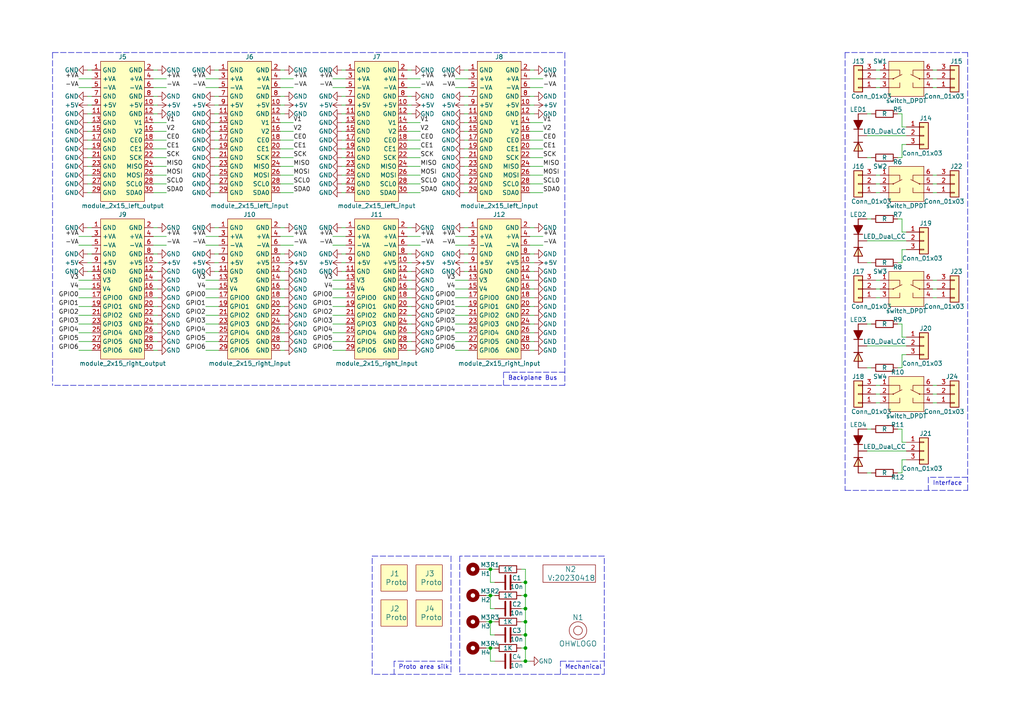
<source format=kicad_sch>
(kicad_sch (version 20211123) (generator eeschema)
  (paper "A4")
  (junction (at 152.4 172.72))
  (junction (at 142.24 165.1))
  (junction (at 152.4 187.96))
  (junction (at 142.24 187.96))
  (junction (at 142.24 180.34))
  (junction (at 152.4 180.34))
  (junction (at 152.4 168.91))
  (junction (at 152.4 191.77))
  (junction (at 152.4 184.15))
  (junction (at 152.4 176.53))
  (junction (at 142.24 172.72))
  (wire (pts (xy 153.67 25.4) (xy 157.48 25.4)))
  (wire (pts (xy 44.45 35.56) (xy 48.26 35.56)))
  (wire (pts (xy 45.72 93.98) (xy 44.45 93.98)))
  (wire (pts (xy 134.62 27.94) (xy 135.89 27.94)))
  (wire (pts (xy 81.28 25.4) (xy 85.09 25.4)))
  (wire (pts (xy 152.4 191.77) (xy 153.67 191.77)))
  (wire (pts (xy 59.69 83.82) (xy 63.5 83.82)))
  (wire (pts (xy 152.4 172.72) (xy 152.4 176.53)))
  (wire (pts (xy 118.11 35.56) (xy 121.92 35.56)))
  (wire (pts (xy 261.62 67.31) (xy 261.62 63.5)))
  (wire (pts (xy 25.4 66.04) (xy 26.67 66.04)))
  (wire (pts (xy 96.52 71.12) (xy 100.33 71.12)))
  (polyline (pts (xy 163.83 107.95) (xy 146.05 107.95)))
  (wire (pts (xy 261.62 137.16) (xy 261.62 133.35)))
  (wire (pts (xy 254 86.36) (xy 255.27 86.36)))
  (wire (pts (xy 44.45 33.02) (xy 45.72 33.02)))
  (wire (pts (xy 251.46 93.98) (xy 252.73 93.98)))
  (wire (pts (xy 62.23 45.72) (xy 63.5 45.72)))
  (wire (pts (xy 118.11 53.34) (xy 121.92 53.34)))
  (wire (pts (xy 59.69 101.6) (xy 63.5 101.6)))
  (wire (pts (xy 134.62 45.72) (xy 135.89 45.72)))
  (wire (pts (xy 96.52 81.28) (xy 100.33 81.28)))
  (wire (pts (xy 62.23 38.1) (xy 63.5 38.1)))
  (wire (pts (xy 25.4 78.74) (xy 26.67 78.74)))
  (wire (pts (xy 22.86 101.6) (xy 26.67 101.6)))
  (polyline (pts (xy 269.24 138.43) (xy 269.24 142.24)))
  (wire (pts (xy 134.62 38.1) (xy 135.89 38.1)))
  (wire (pts (xy 254 22.86) (xy 255.27 22.86)))
  (polyline (pts (xy 162.56 195.58) (xy 162.56 191.77)))
  (wire (pts (xy 81.28 38.1) (xy 85.09 38.1)))
  (wire (pts (xy 62.23 48.26) (xy 63.5 48.26)))
  (wire (pts (xy 25.4 27.94) (xy 26.67 27.94)))
  (wire (pts (xy 118.11 38.1) (xy 121.92 38.1)))
  (wire (pts (xy 25.4 50.8) (xy 26.67 50.8)))
  (polyline (pts (xy 114.3 191.77) (xy 114.3 195.58)))
  (wire (pts (xy 134.62 35.56) (xy 135.89 35.56)))
  (wire (pts (xy 260.35 45.72) (xy 261.62 45.72)))
  (wire (pts (xy 142.24 180.34) (xy 143.51 180.34)))
  (wire (pts (xy 270.51 53.34) (xy 271.78 53.34)))
  (wire (pts (xy 25.4 38.1) (xy 26.67 38.1)))
  (wire (pts (xy 151.13 184.15) (xy 152.4 184.15)))
  (wire (pts (xy 134.62 48.26) (xy 135.89 48.26)))
  (wire (pts (xy 153.67 76.2) (xy 154.94 76.2)))
  (wire (pts (xy 96.52 86.36) (xy 100.33 86.36)))
  (wire (pts (xy 99.06 40.64) (xy 100.33 40.64)))
  (wire (pts (xy 44.45 78.74) (xy 45.72 78.74)))
  (polyline (pts (xy 245.11 142.24) (xy 280.67 142.24)))
  (wire (pts (xy 118.11 27.94) (xy 119.38 27.94)))
  (wire (pts (xy 44.45 27.94) (xy 45.72 27.94)))
  (wire (pts (xy 44.45 53.34) (xy 48.26 53.34)))
  (wire (pts (xy 119.38 101.6) (xy 118.11 101.6)))
  (wire (pts (xy 44.45 55.88) (xy 48.26 55.88)))
  (wire (pts (xy 132.08 101.6) (xy 135.89 101.6)))
  (wire (pts (xy 270.51 22.86) (xy 271.78 22.86)))
  (wire (pts (xy 143.51 168.91) (xy 142.24 168.91)))
  (wire (pts (xy 132.08 68.58) (xy 135.89 68.58)))
  (wire (pts (xy 22.86 22.86) (xy 26.67 22.86)))
  (wire (pts (xy 261.62 128.27) (xy 261.62 124.46)))
  (wire (pts (xy 119.38 88.9) (xy 118.11 88.9)))
  (wire (pts (xy 261.62 76.2) (xy 261.62 72.39)))
  (wire (pts (xy 62.23 35.56) (xy 63.5 35.56)))
  (wire (pts (xy 254 81.28) (xy 255.27 81.28)))
  (wire (pts (xy 81.28 22.86) (xy 85.09 22.86)))
  (wire (pts (xy 62.23 33.02) (xy 63.5 33.02)))
  (wire (pts (xy 25.4 30.48) (xy 26.67 30.48)))
  (wire (pts (xy 118.11 55.88) (xy 121.92 55.88)))
  (wire (pts (xy 44.45 30.48) (xy 45.72 30.48)))
  (wire (pts (xy 134.62 50.8) (xy 135.89 50.8)))
  (wire (pts (xy 251.46 63.5) (xy 252.73 63.5)))
  (wire (pts (xy 81.28 83.82) (xy 82.55 83.82)))
  (wire (pts (xy 118.11 43.18) (xy 121.92 43.18)))
  (wire (pts (xy 134.62 43.18) (xy 135.89 43.18)))
  (wire (pts (xy 134.62 33.02) (xy 135.89 33.02)))
  (wire (pts (xy 59.69 81.28) (xy 63.5 81.28)))
  (wire (pts (xy 62.23 73.66) (xy 63.5 73.66)))
  (wire (pts (xy 45.72 88.9) (xy 44.45 88.9)))
  (polyline (pts (xy 175.26 195.58) (xy 175.26 161.29)))
  (wire (pts (xy 260.35 76.2) (xy 261.62 76.2)))
  (wire (pts (xy 45.72 99.06) (xy 44.45 99.06)))
  (wire (pts (xy 153.67 53.34) (xy 157.48 53.34)))
  (wire (pts (xy 81.28 43.18) (xy 85.09 43.18)))
  (wire (pts (xy 62.23 78.74) (xy 63.5 78.74)))
  (wire (pts (xy 261.62 72.39) (xy 262.89 72.39)))
  (wire (pts (xy 152.4 176.53) (xy 152.4 180.34)))
  (wire (pts (xy 132.08 22.86) (xy 135.89 22.86)))
  (wire (pts (xy 118.11 40.64) (xy 121.92 40.64)))
  (wire (pts (xy 59.69 88.9) (xy 63.5 88.9)))
  (wire (pts (xy 142.24 191.77) (xy 142.24 187.96)))
  (wire (pts (xy 99.06 66.04) (xy 100.33 66.04)))
  (wire (pts (xy 132.08 81.28) (xy 135.89 81.28)))
  (wire (pts (xy 119.38 96.52) (xy 118.11 96.52)))
  (wire (pts (xy 270.51 111.76) (xy 271.78 111.76)))
  (wire (pts (xy 261.62 124.46) (xy 260.35 124.46)))
  (wire (pts (xy 270.51 81.28) (xy 271.78 81.28)))
  (wire (pts (xy 99.06 38.1) (xy 100.33 38.1)))
  (wire (pts (xy 142.24 165.1) (xy 143.51 165.1)))
  (wire (pts (xy 143.51 176.53) (xy 142.24 176.53)))
  (wire (pts (xy 134.62 30.48) (xy 135.89 30.48)))
  (wire (pts (xy 261.62 45.72) (xy 261.62 41.91)))
  (wire (pts (xy 45.72 96.52) (xy 44.45 96.52)))
  (wire (pts (xy 22.86 25.4) (xy 26.67 25.4)))
  (wire (pts (xy 99.06 45.72) (xy 100.33 45.72)))
  (wire (pts (xy 25.4 53.34) (xy 26.67 53.34)))
  (wire (pts (xy 132.08 91.44) (xy 135.89 91.44)))
  (wire (pts (xy 81.28 30.48) (xy 82.55 30.48)))
  (polyline (pts (xy 280.67 138.43) (xy 269.24 138.43)))
  (wire (pts (xy 22.86 71.12) (xy 26.67 71.12)))
  (wire (pts (xy 59.69 93.98) (xy 63.5 93.98)))
  (wire (pts (xy 154.94 88.9) (xy 153.67 88.9)))
  (wire (pts (xy 81.28 48.26) (xy 85.09 48.26)))
  (wire (pts (xy 261.62 133.35) (xy 262.89 133.35)))
  (wire (pts (xy 270.51 55.88) (xy 271.78 55.88)))
  (wire (pts (xy 132.08 71.12) (xy 135.89 71.12)))
  (wire (pts (xy 251.46 130.81) (xy 262.89 130.81)))
  (wire (pts (xy 134.62 53.34) (xy 135.89 53.34)))
  (wire (pts (xy 154.94 91.44) (xy 153.67 91.44)))
  (wire (pts (xy 81.28 81.28) (xy 82.55 81.28)))
  (wire (pts (xy 142.24 184.15) (xy 143.51 184.15)))
  (wire (pts (xy 153.67 43.18) (xy 157.48 43.18)))
  (wire (pts (xy 81.28 53.34) (xy 85.09 53.34)))
  (wire (pts (xy 59.69 25.4) (xy 63.5 25.4)))
  (wire (pts (xy 81.28 20.32) (xy 82.55 20.32)))
  (wire (pts (xy 44.45 25.4) (xy 48.26 25.4)))
  (polyline (pts (xy 280.67 15.24) (xy 245.11 15.24)))
  (wire (pts (xy 99.06 76.2) (xy 100.33 76.2)))
  (wire (pts (xy 270.51 50.8) (xy 271.78 50.8)))
  (wire (pts (xy 25.4 35.56) (xy 26.67 35.56)))
  (wire (pts (xy 25.4 20.32) (xy 26.67 20.32)))
  (wire (pts (xy 254 53.34) (xy 255.27 53.34)))
  (wire (pts (xy 262.89 128.27) (xy 261.62 128.27)))
  (wire (pts (xy 134.62 78.74) (xy 135.89 78.74)))
  (wire (pts (xy 96.52 101.6) (xy 100.33 101.6)))
  (wire (pts (xy 82.55 96.52) (xy 81.28 96.52)))
  (wire (pts (xy 251.46 100.33) (xy 262.89 100.33)))
  (wire (pts (xy 44.45 40.64) (xy 48.26 40.64)))
  (wire (pts (xy 254 50.8) (xy 255.27 50.8)))
  (wire (pts (xy 153.67 55.88) (xy 157.48 55.88)))
  (wire (pts (xy 118.11 50.8) (xy 121.92 50.8)))
  (wire (pts (xy 99.06 20.32) (xy 100.33 20.32)))
  (wire (pts (xy 261.62 106.68) (xy 261.62 102.87)))
  (wire (pts (xy 59.69 99.06) (xy 63.5 99.06)))
  (wire (pts (xy 44.45 22.86) (xy 48.26 22.86)))
  (wire (pts (xy 153.67 22.86) (xy 157.48 22.86)))
  (wire (pts (xy 81.28 68.58) (xy 85.09 68.58)))
  (wire (pts (xy 142.24 172.72) (xy 142.24 176.53)))
  (wire (pts (xy 81.28 27.94) (xy 82.55 27.94)))
  (wire (pts (xy 22.86 93.98) (xy 26.67 93.98)))
  (polyline (pts (xy 130.81 195.58) (xy 107.95 195.58)))
  (wire (pts (xy 153.67 68.58) (xy 157.48 68.58)))
  (wire (pts (xy 99.06 78.74) (xy 100.33 78.74)))
  (wire (pts (xy 59.69 71.12) (xy 63.5 71.12)))
  (wire (pts (xy 151.13 187.96) (xy 152.4 187.96)))
  (wire (pts (xy 44.45 68.58) (xy 48.26 68.58)))
  (wire (pts (xy 62.23 30.48) (xy 63.5 30.48)))
  (wire (pts (xy 152.4 187.96) (xy 152.4 191.77)))
  (wire (pts (xy 25.4 55.88) (xy 26.67 55.88)))
  (wire (pts (xy 82.55 91.44) (xy 81.28 91.44)))
  (wire (pts (xy 270.51 114.3) (xy 271.78 114.3)))
  (wire (pts (xy 134.62 55.88) (xy 135.89 55.88)))
  (wire (pts (xy 134.62 40.64) (xy 135.89 40.64)))
  (wire (pts (xy 44.45 20.32) (xy 45.72 20.32)))
  (wire (pts (xy 262.89 97.79) (xy 261.62 97.79)))
  (wire (pts (xy 261.62 93.98) (xy 260.35 93.98)))
  (wire (pts (xy 251.46 33.02) (xy 252.73 33.02)))
  (wire (pts (xy 132.08 96.52) (xy 135.89 96.52)))
  (wire (pts (xy 254 25.4) (xy 255.27 25.4)))
  (wire (pts (xy 152.4 168.91) (xy 152.4 165.1)))
  (wire (pts (xy 142.24 172.72) (xy 143.51 172.72)))
  (wire (pts (xy 44.45 71.12) (xy 48.26 71.12)))
  (wire (pts (xy 153.67 27.94) (xy 154.94 27.94)))
  (wire (pts (xy 118.11 45.72) (xy 121.92 45.72)))
  (wire (pts (xy 119.38 86.36) (xy 118.11 86.36)))
  (wire (pts (xy 44.45 66.04) (xy 45.72 66.04)))
  (wire (pts (xy 45.72 91.44) (xy 44.45 91.44)))
  (wire (pts (xy 261.62 33.02) (xy 260.35 33.02)))
  (wire (pts (xy 44.45 73.66) (xy 45.72 73.66)))
  (wire (pts (xy 81.28 73.66) (xy 82.55 73.66)))
  (wire (pts (xy 99.06 53.34) (xy 100.33 53.34)))
  (wire (pts (xy 96.52 99.06) (xy 100.33 99.06)))
  (wire (pts (xy 262.89 36.83) (xy 261.62 36.83)))
  (wire (pts (xy 142.24 187.96) (xy 143.51 187.96)))
  (wire (pts (xy 154.94 86.36) (xy 153.67 86.36)))
  (wire (pts (xy 44.45 76.2) (xy 45.72 76.2)))
  (wire (pts (xy 261.62 102.87) (xy 262.89 102.87)))
  (wire (pts (xy 96.52 96.52) (xy 100.33 96.52)))
  (polyline (pts (xy 162.56 191.77) (xy 175.26 191.77)))
  (wire (pts (xy 153.67 81.28) (xy 154.94 81.28)))
  (wire (pts (xy 153.67 33.02) (xy 154.94 33.02)))
  (wire (pts (xy 22.86 86.36) (xy 26.67 86.36)))
  (wire (pts (xy 81.28 55.88) (xy 85.09 55.88)))
  (wire (pts (xy 251.46 76.2) (xy 252.73 76.2)))
  (wire (pts (xy 22.86 99.06) (xy 26.67 99.06)))
  (wire (pts (xy 82.55 99.06) (xy 81.28 99.06)))
  (wire (pts (xy 154.94 96.52) (xy 153.67 96.52)))
  (wire (pts (xy 270.51 83.82) (xy 271.78 83.82)))
  (wire (pts (xy 118.11 30.48) (xy 119.38 30.48)))
  (wire (pts (xy 270.51 20.32) (xy 271.78 20.32)))
  (wire (pts (xy 251.46 39.37) (xy 262.89 39.37)))
  (wire (pts (xy 261.62 63.5) (xy 260.35 63.5)))
  (wire (pts (xy 118.11 33.02) (xy 119.38 33.02)))
  (wire (pts (xy 62.23 76.2) (xy 63.5 76.2)))
  (wire (pts (xy 270.51 25.4) (xy 271.78 25.4)))
  (wire (pts (xy 151.13 172.72) (xy 152.4 172.72)))
  (wire (pts (xy 118.11 25.4) (xy 121.92 25.4)))
  (wire (pts (xy 82.55 88.9) (xy 81.28 88.9)))
  (wire (pts (xy 99.06 73.66) (xy 100.33 73.66)))
  (wire (pts (xy 99.06 27.94) (xy 100.33 27.94)))
  (wire (pts (xy 153.67 30.48) (xy 154.94 30.48)))
  (wire (pts (xy 132.08 83.82) (xy 135.89 83.82)))
  (wire (pts (xy 134.62 76.2) (xy 135.89 76.2)))
  (wire (pts (xy 142.24 168.91) (xy 142.24 165.1)))
  (wire (pts (xy 152.4 184.15) (xy 152.4 187.96)))
  (wire (pts (xy 118.11 81.28) (xy 119.38 81.28)))
  (wire (pts (xy 260.35 137.16) (xy 261.62 137.16)))
  (wire (pts (xy 251.46 45.72) (xy 252.73 45.72)))
  (polyline (pts (xy 15.24 15.24) (xy 15.24 111.76)))
  (wire (pts (xy 99.06 48.26) (xy 100.33 48.26)))
  (wire (pts (xy 96.52 22.86) (xy 100.33 22.86)))
  (wire (pts (xy 254 114.3) (xy 255.27 114.3)))
  (wire (pts (xy 81.28 35.56) (xy 85.09 35.56)))
  (polyline (pts (xy 133.35 161.29) (xy 133.35 195.58)))
  (wire (pts (xy 154.94 99.06) (xy 153.67 99.06)))
  (wire (pts (xy 62.23 40.64) (xy 63.5 40.64)))
  (wire (pts (xy 118.11 78.74) (xy 119.38 78.74)))
  (wire (pts (xy 81.28 33.02) (xy 82.55 33.02)))
  (wire (pts (xy 251.46 137.16) (xy 252.73 137.16)))
  (wire (pts (xy 99.06 43.18) (xy 100.33 43.18)))
  (wire (pts (xy 142.24 180.34) (xy 142.24 184.15)))
  (wire (pts (xy 81.28 78.74) (xy 82.55 78.74)))
  (wire (pts (xy 140.97 187.96) (xy 142.24 187.96)))
  (wire (pts (xy 118.11 83.82) (xy 119.38 83.82)))
  (wire (pts (xy 132.08 88.9) (xy 135.89 88.9)))
  (wire (pts (xy 251.46 124.46) (xy 252.73 124.46)))
  (wire (pts (xy 152.4 191.77) (xy 151.13 191.77)))
  (wire (pts (xy 262.89 67.31) (xy 261.62 67.31)))
  (wire (pts (xy 22.86 91.44) (xy 26.67 91.44)))
  (wire (pts (xy 59.69 68.58) (xy 63.5 68.58)))
  (wire (pts (xy 118.11 20.32) (xy 119.38 20.32)))
  (wire (pts (xy 99.06 55.88) (xy 100.33 55.88)))
  (wire (pts (xy 132.08 93.98) (xy 135.89 93.98)))
  (wire (pts (xy 118.11 66.04) (xy 119.38 66.04)))
  (wire (pts (xy 99.06 35.56) (xy 100.33 35.56)))
  (wire (pts (xy 151.13 176.53) (xy 152.4 176.53)))
  (wire (pts (xy 118.11 76.2) (xy 119.38 76.2)))
  (wire (pts (xy 25.4 76.2) (xy 26.67 76.2)))
  (wire (pts (xy 25.4 33.02) (xy 26.67 33.02)))
  (wire (pts (xy 82.55 86.36) (xy 81.28 86.36)))
  (polyline (pts (xy 163.83 15.24) (xy 163.83 111.76)))
  (wire (pts (xy 62.23 20.32) (xy 63.5 20.32)))
  (wire (pts (xy 44.45 38.1) (xy 48.26 38.1)))
  (wire (pts (xy 62.23 50.8) (xy 63.5 50.8)))
  (wire (pts (xy 22.86 81.28) (xy 26.67 81.28)))
  (wire (pts (xy 119.38 99.06) (xy 118.11 99.06)))
  (wire (pts (xy 25.4 73.66) (xy 26.67 73.66)))
  (wire (pts (xy 143.51 191.77) (xy 142.24 191.77)))
  (wire (pts (xy 132.08 86.36) (xy 135.89 86.36)))
  (wire (pts (xy 270.51 86.36) (xy 271.78 86.36)))
  (wire (pts (xy 44.45 83.82) (xy 45.72 83.82)))
  (wire (pts (xy 251.46 69.85) (xy 262.89 69.85)))
  (wire (pts (xy 134.62 66.04) (xy 135.89 66.04)))
  (polyline (pts (xy 15.24 15.24) (xy 163.83 15.24)))
  (wire (pts (xy 140.97 165.1) (xy 142.24 165.1)))
  (polyline (pts (xy 130.81 191.77) (xy 114.3 191.77)))
  (wire (pts (xy 62.23 27.94) (xy 63.5 27.94)))
  (wire (pts (xy 45.72 101.6) (xy 44.45 101.6)))
  (wire (pts (xy 153.67 20.32) (xy 154.94 20.32)))
  (wire (pts (xy 22.86 88.9) (xy 26.67 88.9)))
  (wire (pts (xy 96.52 93.98) (xy 100.33 93.98)))
  (wire (pts (xy 22.86 68.58) (xy 26.67 68.58)))
  (wire (pts (xy 99.06 30.48) (xy 100.33 30.48)))
  (wire (pts (xy 81.28 71.12) (xy 85.09 71.12)))
  (polyline (pts (xy 245.11 15.24) (xy 245.11 142.24)))
  (polyline (pts (xy 107.95 195.58) (xy 107.95 161.29)))
  (polyline (pts (xy 175.26 161.29) (xy 133.35 161.29)))
  (wire (pts (xy 134.62 20.32) (xy 135.89 20.32)))
  (wire (pts (xy 154.94 93.98) (xy 153.67 93.98)))
  (wire (pts (xy 152.4 168.91) (xy 152.4 172.72)))
  (wire (pts (xy 59.69 22.86) (xy 63.5 22.86)))
  (wire (pts (xy 153.67 78.74) (xy 154.94 78.74)))
  (wire (pts (xy 140.97 172.72) (xy 142.24 172.72)))
  (polyline (pts (xy 107.95 161.29) (xy 130.81 161.29)))
  (wire (pts (xy 96.52 83.82) (xy 100.33 83.82)))
  (wire (pts (xy 254 20.32) (xy 255.27 20.32)))
  (wire (pts (xy 261.62 41.91) (xy 262.89 41.91)))
  (wire (pts (xy 254 83.82) (xy 255.27 83.82)))
  (wire (pts (xy 254 55.88) (xy 255.27 55.88)))
  (wire (pts (xy 44.45 48.26) (xy 48.26 48.26)))
  (wire (pts (xy 270.51 116.84) (xy 271.78 116.84)))
  (wire (pts (xy 25.4 45.72) (xy 26.67 45.72)))
  (wire (pts (xy 96.52 68.58) (xy 100.33 68.58)))
  (wire (pts (xy 260.35 106.68) (xy 261.62 106.68)))
  (wire (pts (xy 81.28 40.64) (xy 85.09 40.64)))
  (wire (pts (xy 25.4 48.26) (xy 26.67 48.26)))
  (wire (pts (xy 118.11 71.12) (xy 121.92 71.12)))
  (wire (pts (xy 25.4 43.18) (xy 26.67 43.18)))
  (wire (pts (xy 22.86 96.52) (xy 26.67 96.52)))
  (wire (pts (xy 134.62 73.66) (xy 135.89 73.66)))
  (wire (pts (xy 96.52 25.4) (xy 100.33 25.4)))
  (wire (pts (xy 25.4 40.64) (xy 26.67 40.64)))
  (wire (pts (xy 62.23 43.18) (xy 63.5 43.18)))
  (wire (pts (xy 82.55 101.6) (xy 81.28 101.6)))
  (polyline (pts (xy 146.05 107.95) (xy 146.05 111.76)))
  (wire (pts (xy 81.28 50.8) (xy 85.09 50.8)))
  (wire (pts (xy 62.23 66.04) (xy 63.5 66.04)))
  (wire (pts (xy 251.46 106.68) (xy 252.73 106.68)))
  (wire (pts (xy 59.69 96.52) (xy 63.5 96.52)))
  (wire (pts (xy 44.45 43.18) (xy 48.26 43.18)))
  (wire (pts (xy 81.28 76.2) (xy 82.55 76.2)))
  (wire (pts (xy 153.67 50.8) (xy 157.48 50.8)))
  (wire (pts (xy 254 116.84) (xy 255.27 116.84)))
  (wire (pts (xy 153.67 38.1) (xy 157.48 38.1)))
  (wire (pts (xy 44.45 45.72) (xy 48.26 45.72)))
  (wire (pts (xy 153.67 73.66) (xy 154.94 73.66)))
  (wire (pts (xy 118.11 48.26) (xy 121.92 48.26)))
  (wire (pts (xy 153.67 83.82) (xy 154.94 83.82)))
  (polyline (pts (xy 133.35 195.58) (xy 175.26 195.58)))
  (wire (pts (xy 118.11 22.86) (xy 121.92 22.86)))
  (wire (pts (xy 152.4 180.34) (xy 152.4 184.15)))
  (wire (pts (xy 81.28 66.04) (xy 82.55 66.04)))
  (wire (pts (xy 82.55 93.98) (xy 81.28 93.98)))
  (wire (pts (xy 45.72 86.36) (xy 44.45 86.36)))
  (wire (pts (xy 140.97 180.34) (xy 142.24 180.34)))
  (wire (pts (xy 153.67 45.72) (xy 157.48 45.72)))
  (wire (pts (xy 151.13 180.34) (xy 152.4 180.34)))
  (wire (pts (xy 151.13 168.91) (xy 152.4 168.91)))
  (wire (pts (xy 62.23 55.88) (xy 63.5 55.88)))
  (wire (pts (xy 132.08 25.4) (xy 135.89 25.4)))
  (wire (pts (xy 261.62 36.83) (xy 261.62 33.02)))
  (wire (pts (xy 44.45 50.8) (xy 48.26 50.8)))
  (wire (pts (xy 59.69 91.44) (xy 63.5 91.44)))
  (wire (pts (xy 254 111.76) (xy 255.27 111.76)))
  (wire (pts (xy 261.62 97.79) (xy 261.62 93.98)))
  (wire (pts (xy 22.86 83.82) (xy 26.67 83.82)))
  (wire (pts (xy 153.67 66.04) (xy 154.94 66.04)))
  (wire (pts (xy 99.06 33.02) (xy 100.33 33.02)))
  (wire (pts (xy 132.08 99.06) (xy 135.89 99.06)))
  (wire (pts (xy 96.52 88.9) (xy 100.33 88.9)))
  (polyline (pts (xy 163.83 111.76) (xy 15.24 111.76)))
  (polyline (pts (xy 130.81 161.29) (xy 130.81 195.58)))
  (wire (pts (xy 81.28 45.72) (xy 85.09 45.72)))
  (wire (pts (xy 99.06 50.8) (xy 100.33 50.8)))
  (wire (pts (xy 119.38 93.98) (xy 118.11 93.98)))
  (wire (pts (xy 153.67 48.26) (xy 157.48 48.26)))
  (wire (pts (xy 62.23 53.34) (xy 63.5 53.34)))
  (wire (pts (xy 153.67 40.64) (xy 157.48 40.64)))
  (wire (pts (xy 118.11 68.58) (xy 121.92 68.58)))
  (wire (pts (xy 153.67 35.56) (xy 157.48 35.56)))
  (polyline (pts (xy 280.67 142.24) (xy 280.67 15.24)))
  (wire (pts (xy 154.94 101.6) (xy 153.67 101.6)))
  (wire (pts (xy 59.69 86.36) (xy 63.5 86.36)))
  (wire (pts (xy 151.13 165.1) (xy 152.4 165.1)))
  (wire (pts (xy 44.45 81.28) (xy 45.72 81.28)))
  (wire (pts (xy 119.38 91.44) (xy 118.11 91.44)))
  (wire (pts (xy 118.11 73.66) (xy 119.38 73.66)))
  (wire (pts (xy 153.67 71.12) (xy 157.48 71.12)))
  (wire (pts (xy 96.52 91.44) (xy 100.33 91.44)))
  (text "Proto area silk" (at 115.57 194.31 0) (effects (font (size 1.27 1.27)) (justify left bottom)))
  (text "Interface" (at 270.51 140.97 0) (effects (font (size 1.27 1.27)) (justify left bottom)))
  (text "Mechanical" (at 163.83 194.31 0) (effects (font (size 1.27 1.27)) (justify left bottom)))
  (text "Backplane Bus" (at 147.32 110.49 0) (effects (font (size 1.27 1.27)) (justify left bottom)))
  (label "SCK" (at 85.09 45.72 0))
  (label "GPIO1" (at 132.08 88.9 180))
  (label "+VA" (at 96.52 22.86 180))
  (label "GPIO6" (at 22.86 101.6 180))
  (label "-VA" (at 22.86 71.12 180))
  (label "GPIO0" (at 96.52 86.36 180))
  (label "+VA" (at 59.69 22.86 180))
  (label "+VA" (at 121.92 22.86 0))
  (label "GPIO2" (at 96.52 91.44 180))
  (label "SDA0" (at 85.09 55.88 0))
  (label "+VA" (at 121.92 68.58 0))
  (label "MISO" (at 121.92 48.26 0))
  (label "MOSI" (at 157.48 50.8 0))
  (label "GPIO5" (at 132.08 99.06 180))
  (label "V4" (at 59.69 83.82 180))
  (label "CE0" (at 85.09 40.64 0))
  (label "V3" (at 132.08 81.28 180))
  (label "SDA0" (at 121.92 55.88 0))
  (label "+VA" (at 59.69 68.58 180))
  (label "V1" (at 85.09 35.56 0))
  (label "V3" (at 96.52 81.28 180))
  (label "GPIO5" (at 22.86 99.06 180))
  (label "-VA" (at 22.86 25.4 180))
  (label "-VA" (at 85.09 25.4 0))
  (label "SCK" (at 48.26 45.72 0))
  (label "V2" (at 121.92 38.1 0))
  (label "V1" (at 121.92 35.56 0))
  (label "-VA" (at 157.48 71.12 0))
  (label "GPIO1" (at 96.52 88.9 180))
  (label "V2" (at 85.09 38.1 0))
  (label "MOSI" (at 121.92 50.8 0))
  (label "GPIO2" (at 132.08 91.44 180))
  (label "V2" (at 157.48 38.1 0))
  (label "SCL0" (at 85.09 53.34 0))
  (label "-VA" (at 85.09 71.12 0))
  (label "GPIO0" (at 22.86 86.36 180))
  (label "GPIO6" (at 132.08 101.6 180))
  (label "SDA0" (at 157.48 55.88 0))
  (label "-VA" (at 132.08 25.4 180))
  (label "-VA" (at 157.48 25.4 0))
  (label "SDA0" (at 48.26 55.88 0))
  (label "SCL0" (at 157.48 53.34 0))
  (label "GPIO3" (at 96.52 93.98 180))
  (label "GPIO1" (at 22.86 88.9 180))
  (label "V1" (at 157.48 35.56 0))
  (label "+VA" (at 132.08 68.58 180))
  (label "GPIO4" (at 22.86 96.52 180))
  (label "GPIO3" (at 132.08 93.98 180))
  (label "+VA" (at 157.48 68.58 0))
  (label "+VA" (at 48.26 68.58 0))
  (label "-VA" (at 59.69 25.4 180))
  (label "-VA" (at 132.08 71.12 180))
  (label "CE1" (at 85.09 43.18 0))
  (label "SCL0" (at 48.26 53.34 0))
  (label "+VA" (at 22.86 68.58 180))
  (label "SCL0" (at 121.92 53.34 0))
  (label "-VA" (at 48.26 71.12 0))
  (label "CE0" (at 157.48 40.64 0))
  (label "MISO" (at 48.26 48.26 0))
  (label "CE1" (at 48.26 43.18 0))
  (label "GPIO0" (at 59.69 86.36 180))
  (label "GPIO3" (at 22.86 93.98 180))
  (label "V4" (at 22.86 83.82 180))
  (label "+VA" (at 22.86 22.86 180))
  (label "MISO" (at 85.09 48.26 0))
  (label "V4" (at 96.52 83.82 180))
  (label "GPIO5" (at 59.69 99.06 180))
  (label "-VA" (at 121.92 71.12 0))
  (label "+VA" (at 48.26 22.86 0))
  (label "+VA" (at 85.09 68.58 0))
  (label "-VA" (at 121.92 25.4 0))
  (label "MOSI" (at 85.09 50.8 0))
  (label "GPIO4" (at 59.69 96.52 180))
  (label "-VA" (at 96.52 25.4 180))
  (label "GPIO2" (at 59.69 91.44 180))
  (label "V2" (at 48.26 38.1 0))
  (label "SCK" (at 121.92 45.72 0))
  (label "GPIO6" (at 59.69 101.6 180))
  (label "+VA" (at 96.52 68.58 180))
  (label "-VA" (at 96.52 71.12 180))
  (label "CE0" (at 121.92 40.64 0))
  (label "CE1" (at 157.48 43.18 0))
  (label "GPIO2" (at 22.86 91.44 180))
  (label "CE1" (at 121.92 43.18 0))
  (label "GPIO4" (at 96.52 96.52 180))
  (label "-VA" (at 48.26 25.4 0))
  (label "GPIO0" (at 132.08 86.36 180))
  (label "GPIO1" (at 59.69 88.9 180))
  (label "V3" (at 22.86 81.28 180))
  (label "GPIO5" (at 96.52 99.06 180))
  (label "CE0" (at 48.26 40.64 0))
  (label "GPIO3" (at 59.69 93.98 180))
  (label "MOSI" (at 48.26 50.8 0))
  (label "GPIO4" (at 132.08 96.52 180))
  (label "V4" (at 132.08 83.82 180))
  (label "V3" (at 59.69 81.28 180))
  (label "SCK" (at 157.48 45.72 0))
  (label "+VA" (at 157.48 22.86 0))
  (label "-VA" (at 59.69 71.12 180))
  (label "MISO" (at 157.48 48.26 0))
  (label "+VA" (at 85.09 22.86 0))
  (label "+VA" (at 132.08 22.86 180))
  (label "V1" (at 48.26 35.56 0))
  (label "GPIO6" (at 96.52 101.6 180))
  (symbol (lib_id "SquantorLabels:OHWLOGO") (at 167.64 182.88 0) (unit 1)
    (property "Reference" "N1" (at 167.64 179.07 0) (effects (font (size 1.524 1.524))))
    (property "Value" "OHWLOGO" (at 167.64 186.69 0) (effects (font (size 1.524 1.524))))
    (property "Footprint" "Symbols:OSHW-Symbol_6.7x6mm_SilkScreen" (effects hide))
  )
  (symbol (lib_id "SquantorLabels:VYYYYMMDD") (at 165.1 167.64 0) (unit 1)
    (property "Reference" "N2" (at 163.83 165.1 0) (effects (font (size 1.524 1.524)) (justify left)))
    (property "Value" "V:20230418" (at 158.75 167.64 0) (effects (font (size 1.524 1.524)) (justify left)))
    (property "Footprint" "SquantorLabels:Label_Generic" (effects hide))
  )
  (symbol (lib_id "Mechanical:MountingHole_Pad") (at 138.43 165.1 90) (unit 1)
    (property "Reference" "H1" (at 142.24 166.37 90) (effects (justify left)))
    (property "Value" "M3" (at 142.24 163.83 90) (effects (justify left)))
    (property "Footprint" "MountingHole:MountingHole_3.2mm_M3_Pad_Via" (effects hide))
  )
  (symbol (lib_id "Mechanical:MountingHole_Pad") (at 138.43 172.72 90) (unit 1)
    (property "Reference" "H2" (at 142.24 173.99 90) (effects (justify left)))
    (property "Value" "M3" (at 142.24 171.45 90) (effects (justify left)))
    (property "Footprint" "MountingHole:MountingHole_3.2mm_M3_Pad_Via" (effects hide))
  )
  (symbol (lib_id "Mechanical:MountingHole_Pad") (at 138.43 180.34 90) (unit 1)
    (property "Reference" "H3" (at 142.24 181.61 90) (effects (justify left)))
    (property "Value" "M3" (at 142.24 179.07 90) (effects (justify left)))
    (property "Footprint" "MountingHole:MountingHole_3.2mm_M3_Pad_Via" (effects hide))
  )
  (symbol (lib_id "Mechanical:MountingHole_Pad") (at 138.43 187.96 90) (unit 1)
    (property "Reference" "H4" (at 142.24 189.23 90) (effects (justify left)))
    (property "Value" "M3" (at 142.24 186.69 90) (effects (justify left)))
    (property "Footprint" "MountingHole:MountingHole_3.2mm_M3_Pad_Via" (effects hide))
  )
  (symbol (lib_id "SquantorProto:Proto") (at 124.46 177.8 0) (unit 1)
    (property "Reference" "J4" (at 123.19 176.53 0) (effects (font (size 1.524 1.524)) (justify left)))
    (property "Value" "Proto" (at 121.92 179.07 0) (effects (font (size 1.524 1.524)) (justify left)))
    (property "Footprint" "SquantorPcbOutline:4by4cm_module" (effects hide))
  )
  (symbol (lib_id "power:GND") (at 62.23 38.1 270) (unit 1)
    (property "Reference" "#PWR0135" (effects hide))
    (property "Value" "GND" (at 59.69 38.1 90) (effects (justify right)))
  )
  (symbol (lib_id "power:GND") (at 154.94 66.04 90) (unit 1)
    (property "Reference" "#PWR083" (effects hide))
    (property "Value" "GND" (at 157.48 66.04 90) (effects (justify right)))
  )
  (symbol (lib_id "power:GND") (at 25.4 38.1 270) (unit 1)
    (property "Reference" "#PWR0144" (effects hide))
    (property "Value" "GND" (at 22.86 38.1 90) (effects (justify right)))
  )
  (symbol (lib_id "SquantorDevice:LED_Dual_CC") (at 248.92 69.85 0) (mirror y) (unit 1)
    (property "Reference" "LED2" (at 248.92 62.23 0))
    (property "Value" "LED_Dual_CC" (at 256.54 68.58 0))
    (property "Footprint" "SquantorDiodes:LED_DUAL_TH245_90deg" (effects hide))
  )
  (symbol (lib_id "power:GND") (at 134.62 45.72 270) (unit 1)
    (property "Reference" "#PWR0122" (effects hide))
    (property "Value" "GND" (at 132.08 45.72 90) (effects (justify right)))
  )
  (symbol (lib_id "power:+5V") (at 154.94 30.48 270) (unit 1)
    (property "Reference" "#PWR038" (effects hide))
    (property "Value" "+5V" (at 157.48 30.48 90) (effects (justify left)))
  )
  (symbol (lib_id "power:GND") (at 134.62 78.74 270) (unit 1)
    (property "Reference" "#PWR082" (effects hide))
    (property "Value" "GND" (at 132.08 78.74 90) (effects (justify right)))
  )
  (symbol (lib_id "power:GND") (at 154.94 83.82 90) (mirror x) (unit 1)
    (property "Reference" "#PWR0139" (effects hide))
    (property "Value" "GND" (at 157.48 83.82 90) (effects (justify right)))
  )
  (symbol (lib_id "SquantorSwitches:switch_DPDT") (at 262.89 22.86 0) (unit 1)
    (property "Reference" "SW1" (at 255.27 17.78 0))
    (property "Value" "switch_DPDT" (at 262.89 29.21 0))
    (property "Footprint" "SquantorSwitches:PS-22F02" (effects hide))
  )
  (symbol (lib_id "power:+5V") (at 119.38 30.48 270) (unit 1)
    (property "Reference" "#PWR028" (effects hide))
    (property "Value" "+5V" (at 121.92 30.48 90) (effects (justify left)))
  )
  (symbol (lib_id "SquantorConnectorsNamed:module_2x15_right_output") (at 35.56 83.82 0) (unit 1)
    (property "Reference" "J9" (at 35.56 62.23 0))
    (property "Value" "module_2x15_right_output" (at 35.56 105.41 0))
    (property "Footprint" "SquantorConnectorsNamed:module_2x15_right" (effects hide))
  )
  (symbol (lib_id "power:GND") (at 25.4 66.04 270) (unit 1)
    (property "Reference" "#PWR010" (effects hide))
    (property "Value" "GND" (at 22.86 66.04 90) (effects (justify right)))
  )
  (symbol (lib_id "power:GND") (at 25.4 35.56 270) (unit 1)
    (property "Reference" "#PWR0143" (effects hide))
    (property "Value" "GND" (at 22.86 35.56 90) (effects (justify right)))
  )
  (symbol (lib_id "power:+5V") (at 62.23 76.2 90) (unit 1)
    (property "Reference" "#PWR051" (effects hide))
    (property "Value" "+5V" (at 59.69 76.2 90) (effects (justify left)))
  )
  (symbol (lib_id "Connector_Generic:Conn_01x03") (at 276.86 114.3 0) (mirror x) (unit 1)
    (property "Reference" "J24" (at 274.32 109.22 0) (effects (justify left)))
    (property "Value" "Conn_01x03" (at 267.97 119.38 0) (effects (justify left)))
    (property "Footprint" "Connector_JST:JST_PH_B3B-PH-K_1x03_P2.00mm_Vertical" (effects hide))
  )
  (symbol (lib_id "SquantorSwitches:switch_DPDT") (at 262.89 53.34 0) (unit 1)
    (property "Reference" "SW2" (at 255.27 48.26 0))
    (property "Value" "switch_DPDT" (at 262.89 59.69 0))
    (property "Footprint" "SquantorSwitches:PS-22F02" (effects hide))
  )
  (symbol (lib_id "Device:C") (at 147.32 176.53 90) (unit 1)
    (property "Reference" "C2" (at 149.86 175.26 90))
    (property "Value" "10n" (at 149.86 177.8 90))
    (property "Footprint" "SquantorRcl:C_0805+0603" (effects hide))
  )
  (symbol (lib_id "power:GND") (at 134.62 40.64 270) (unit 1)
    (property "Reference" "#PWR0123" (effects hide))
    (property "Value" "GND" (at 132.08 40.64 90) (effects (justify right)))
  )
  (symbol (lib_id "power:+5V") (at 154.94 76.2 270) (unit 1)
    (property "Reference" "#PWR085" (effects hide))
    (property "Value" "+5V" (at 157.48 76.2 90) (effects (justify left)))
  )
  (symbol (lib_id "Connector_Generic:Conn_01x03") (at 248.92 83.82 180) (unit 1)
    (property "Reference" "J17" (at 248.92 78.74 0))
    (property "Value" "Conn_01x03" (at 252.73 88.9 0))
    (property "Footprint" "Connector_JST:JST_PH_B3B-PH-K_1x03_P2.00mm_Vertical" (effects hide))
  )
  (symbol (lib_id "power:GND") (at 62.23 55.88 270) (unit 1)
    (property "Reference" "#PWR0111" (effects hide))
    (property "Value" "GND" (at 59.69 55.88 90) (effects (justify right)))
  )
  (symbol (lib_id "power:GND") (at 134.62 38.1 270) (unit 1)
    (property "Reference" "#PWR0138" (effects hide))
    (property "Value" "GND" (at 132.08 38.1 90) (effects (justify right)))
  )
  (symbol (lib_id "power:GND") (at 25.4 48.26 270) (unit 1)
    (property "Reference" "#PWR0103" (effects hide))
    (property "Value" "GND" (at 22.86 48.26 90) (effects (justify right)))
  )
  (symbol (lib_id "Device:C") (at 147.32 184.15 90) (unit 1)
    (property "Reference" "C3" (at 149.86 182.88 90))
    (property "Value" "10n" (at 149.86 185.42 90))
    (property "Footprint" "SquantorRcl:C_0805+0603" (effects hide))
  )
  (symbol (lib_id "power:GND") (at 45.72 20.32 90) (unit 1)
    (property "Reference" "#PWR06" (effects hide))
    (property "Value" "GND" (at 48.26 20.32 90) (effects (justify right)))
  )
  (symbol (lib_id "Device:R") (at 147.32 187.96 90) (unit 1)
    (property "Reference" "R4" (at 143.51 186.69 90))
    (property "Value" "1K" (at 147.32 187.96 90))
    (property "Footprint" "SquantorRcl:R_0805+0603" (effects hide))
  )
  (symbol (lib_id "power:GND") (at 99.06 48.26 270) (unit 1)
    (property "Reference" "#PWR0117" (effects hide))
    (property "Value" "GND" (at 96.52 48.26 90) (effects (justify right)))
  )
  (symbol (lib_id "power:GND") (at 82.55 99.06 90) (mirror x) (unit 1)
    (property "Reference" "#PWR062" (effects hide))
    (property "Value" "GND" (at 85.09 99.06 90) (effects (justify right)))
  )
  (symbol (lib_id "Connector_Generic:Conn_01x03") (at 267.97 39.37 0) (unit 1)
    (property "Reference" "J14" (at 266.7 34.29 0) (effects (justify left)))
    (property "Value" "Conn_01x03" (at 261.62 44.45 0) (effects (justify left)))
    (property "Footprint" "Connector_JST:JST_PH_B3B-PH-K_1x03_P2.00mm_Vertical" (effects hide))
  )
  (symbol (lib_id "Connector_Generic:Conn_01x03") (at 248.92 22.86 180) (unit 1)
    (property "Reference" "J13" (at 248.92 17.78 0))
    (property "Value" "Conn_01x03" (at 252.73 27.94 0))
    (property "Footprint" "Connector_JST:JST_PH_B3B-PH-K_1x03_P2.00mm_Vertical" (effects hide))
  )
  (symbol (lib_id "power:GND") (at 62.23 66.04 270) (unit 1)
    (property "Reference" "#PWR049" (effects hide))
    (property "Value" "GND" (at 59.69 66.04 90) (effects (justify right)))
  )
  (symbol (lib_id "power:GND") (at 134.62 73.66 270) (unit 1)
    (property "Reference" "#PWR080" (effects hide))
    (property "Value" "GND" (at 132.08 73.66 90) (effects (justify right)))
  )
  (symbol (lib_id "Device:R") (at 256.54 76.2 90) (unit 1)
    (property "Reference" "R8" (at 260.35 77.47 90))
    (property "Value" "R" (at 256.54 76.2 90))
    (property "Footprint" "SquantorRcl:R_0603_hand" (effects hide))
  )
  (symbol (lib_id "power:GND") (at 119.38 101.6 90) (mirror x) (unit 1)
    (property "Reference" "#PWR078" (effects hide))
    (property "Value" "GND" (at 121.92 101.6 90) (effects (justify right)))
  )
  (symbol (lib_id "power:GND") (at 62.23 53.34 270) (unit 1)
    (property "Reference" "#PWR0113" (effects hide))
    (property "Value" "GND" (at 59.69 53.34 90) (effects (justify right)))
  )
  (symbol (lib_id "power:GND") (at 25.4 73.66 270) (unit 1)
    (property "Reference" "#PWR015" (effects hide))
    (property "Value" "GND" (at 22.86 73.66 90) (effects (justify right)))
  )
  (symbol (lib_id "power:GND") (at 45.72 101.6 90) (mirror x) (unit 1)
    (property "Reference" "#PWR048" (effects hide))
    (property "Value" "GND" (at 48.26 101.6 90) (effects (justify right)))
  )
  (symbol (lib_id "power:GND") (at 82.55 20.32 90) (unit 1)
    (property "Reference" "#PWR016" (effects hide))
    (property "Value" "GND" (at 85.09 20.32 90) (effects (justify right)))
  )
  (symbol (lib_id "power:GND") (at 25.4 78.74 270) (unit 1)
    (property "Reference" "#PWR025" (effects hide))
    (property "Value" "GND" (at 22.86 78.74 90) (effects (justify right)))
  )
  (symbol (lib_id "power:GND") (at 82.55 27.94 90) (unit 1)
    (property "Reference" "#PWR017" (effects hide))
    (property "Value" "GND" (at 85.09 27.94 90) (effects (justify right)))
  )
  (symbol (lib_id "power:GND") (at 119.38 96.52 90) (mirror x) (unit 1)
    (property "Reference" "#PWR076" (effects hide))
    (property "Value" "GND" (at 121.92 96.52 90) (effects (justify right)))
  )
  (symbol (lib_id "power:GND") (at 119.38 88.9 90) (mirror x) (unit 1)
    (property "Reference" "#PWR073" (effects hide))
    (property "Value" "GND" (at 121.92 88.9 90) (effects (justify right)))
  )
  (symbol (lib_id "power:GND") (at 119.38 81.28 90) (mirror x) (unit 1)
    (property "Reference" "#PWR0142" (effects hide))
    (property "Value" "GND" (at 121.92 81.28 90) (effects (justify right)))
  )
  (symbol (lib_id "power:GND") (at 62.23 33.02 270) (unit 1)
    (property "Reference" "#PWR014" (effects hide))
    (property "Value" "GND" (at 59.69 33.02 90) (effects (justify right)))
  )
  (symbol (lib_id "power:+5V") (at 82.55 30.48 270) (unit 1)
    (property "Reference" "#PWR018" (effects hide))
    (property "Value" "+5V" (at 85.09 30.48 90) (effects (justify left)))
  )
  (symbol (lib_id "power:+5V") (at 99.06 30.48 90) (unit 1)
    (property "Reference" "#PWR023" (effects hide))
    (property "Value" "+5V" (at 96.52 30.48 90) (effects (justify left)))
  )
  (symbol (lib_id "Device:R") (at 256.54 137.16 90) (unit 1)
    (property "Reference" "R12" (at 260.35 138.43 90))
    (property "Value" "R" (at 256.54 137.16 90))
    (property "Footprint" "SquantorRcl:R_0603_hand" (effects hide))
  )
  (symbol (lib_id "power:GND") (at 45.72 91.44 90) (mirror x) (unit 1)
    (property "Reference" "#PWR044" (effects hide))
    (property "Value" "GND" (at 48.26 91.44 90) (effects (justify right)))
  )
  (symbol (lib_id "Device:C") (at 147.32 168.91 90) (unit 1)
    (property "Reference" "C1" (at 149.86 167.64 90))
    (property "Value" "10n" (at 149.86 170.18 90))
    (property "Footprint" "SquantorRcl:C_0805+0603" (effects hide))
  )
  (symbol (lib_id "SquantorConnectorsNamed:module_2x15_right_input") (at 144.78 81.28 0) (unit 1)
    (property "Reference" "J12" (at 144.78 62.23 0))
    (property "Value" "module_2x15_right_input" (at 144.78 105.41 0))
    (property "Footprint" "SquantorConnectorsNamed:module_2x15_right" (effects hide))
  )
  (symbol (lib_id "Device:R") (at 256.54 93.98 90) (unit 1)
    (property "Reference" "R9" (at 260.35 92.71 90))
    (property "Value" "R" (at 256.54 93.98 90))
    (property "Footprint" "SquantorRcl:R_0603_hand" (effects hide))
  )
  (symbol (lib_id "power:GND") (at 99.06 55.88 270) (unit 1)
    (property "Reference" "#PWR0118" (effects hide))
    (property "Value" "GND" (at 96.52 55.88 90) (effects (justify right)))
  )
  (symbol (lib_id "Device:R") (at 147.32 172.72 90) (unit 1)
    (property "Reference" "R2" (at 143.51 171.45 90))
    (property "Value" "1K" (at 147.32 172.72 90))
    (property "Footprint" "SquantorRcl:R_0805+0603" (effects hide))
  )
  (symbol (lib_id "Connector_Generic:Conn_01x03") (at 276.86 22.86 0) (mirror x) (unit 1)
    (property "Reference" "J15" (at 275.59 17.78 0) (effects (justify left)))
    (property "Value" "Conn_01x03" (at 267.97 27.94 0) (effects (justify left)))
    (property "Footprint" "Connector_JST:JST_PH_B3B-PH-K_1x03_P2.00mm_Vertical" (effects hide))
  )
  (symbol (lib_id "power:GND") (at 45.72 93.98 90) (mirror x) (unit 1)
    (property "Reference" "#PWR045" (effects hide))
    (property "Value" "GND" (at 48.26 93.98 90) (effects (justify right)))
  )
  (symbol (lib_id "power:GND") (at 62.23 20.32 270) (unit 1)
    (property "Reference" "#PWR011" (effects hide))
    (property "Value" "GND" (at 59.69 20.32 90) (effects (justify right)))
  )
  (symbol (lib_id "power:GND") (at 25.4 50.8 270) (unit 1)
    (property "Reference" "#PWR0106" (effects hide))
    (property "Value" "GND" (at 22.86 50.8 90) (effects (justify right)))
  )
  (symbol (lib_id "power:GND") (at 62.23 73.66 270) (unit 1)
    (property "Reference" "#PWR050" (effects hide))
    (property "Value" "GND" (at 59.69 73.66 90) (effects (justify right)))
  )
  (symbol (lib_id "power:GND") (at 45.72 99.06 90) (mirror x) (unit 1)
    (property "Reference" "#PWR047" (effects hide))
    (property "Value" "GND" (at 48.26 99.06 90) (effects (justify right)))
  )
  (symbol (lib_id "power:GND") (at 45.72 73.66 90) (unit 1)
    (property "Reference" "#PWR035" (effects hide))
    (property "Value" "GND" (at 48.26 73.66 90) (effects (justify right)))
  )
  (symbol (lib_id "power:GND") (at 154.94 96.52 90) (mirror x) (unit 1)
    (property "Reference" "#PWR091" (effects hide))
    (property "Value" "GND" (at 157.48 96.52 90) (effects (justify right)))
  )
  (symbol (lib_id "power:GND") (at 154.94 73.66 90) (unit 1)
    (property "Reference" "#PWR084" (effects hide))
    (property "Value" "GND" (at 157.48 73.66 90) (effects (justify right)))
  )
  (symbol (lib_id "power:GND") (at 154.94 20.32 90) (unit 1)
    (property "Reference" "#PWR036" (effects hide))
    (property "Value" "GND" (at 157.48 20.32 90) (effects (justify right)))
  )
  (symbol (lib_id "power:GND") (at 134.62 55.88 270) (unit 1)
    (property "Reference" "#PWR0127" (effects hide))
    (property "Value" "GND" (at 132.08 55.88 90) (effects (justify right)))
  )
  (symbol (lib_id "SquantorConnectorsNamed:module_2x15_left_input") (at 109.22 38.1 0) (unit 1)
    (property "Reference" "J7" (at 109.22 16.51 0))
    (property "Value" "module_2x15_left_input" (at 109.22 59.69 0))
    (property "Footprint" "SquantorConnectorsNamed:module_2x15_left" (effects hide))
  )
  (symbol (lib_id "SquantorConnectorsNamed:module_2x15_right_input") (at 72.39 81.28 0) (unit 1)
    (property "Reference" "J10" (at 72.39 62.23 0))
    (property "Value" "module_2x15_right_input" (at 72.39 105.41 0))
    (property "Footprint" "SquantorConnectorsNamed:module_2x15_right" (effects hide))
  )
  (symbol (lib_id "SquantorDevice:LED_Dual_CC") (at 248.92 130.81 0) (mirror y) (unit 1)
    (property "Reference" "LED4" (at 248.92 123.19 0))
    (property "Value" "LED_Dual_CC" (at 256.54 129.54 0))
    (property "Footprint" "SquantorDiodes:LED_DUAL_TH245_90deg" (effects hide))
  )
  (symbol (lib_id "power:GND") (at 99.06 27.94 270) (unit 1)
    (property "Reference" "#PWR022" (effects hide))
    (property "Value" "GND" (at 96.52 27.94 90) (effects (justify right)))
  )
  (symbol (lib_id "power:GND") (at 154.94 81.28 90) (mirror x) (unit 1)
    (property "Reference" "#PWR0140" (effects hide))
    (property "Value" "GND" (at 157.48 81.28 90) (effects (justify right)))
  )
  (symbol (lib_id "power:GND") (at 82.55 78.74 90) (unit 1)
    (property "Reference" "#PWR056" (effects hide))
    (property "Value" "GND" (at 85.09 78.74 90) (effects (justify right)))
  )
  (symbol (lib_id "power:GND") (at 119.38 91.44 90) (mirror x) (unit 1)
    (property "Reference" "#PWR074" (effects hide))
    (property "Value" "GND" (at 121.92 91.44 90) (effects (justify right)))
  )
  (symbol (lib_id "power:GND") (at 154.94 86.36 90) (mirror x) (unit 1)
    (property "Reference" "#PWR087" (effects hide))
    (property "Value" "GND" (at 157.48 86.36 90) (effects (justify right)))
  )
  (symbol (lib_id "power:GND") (at 25.4 27.94 270) (unit 1)
    (property "Reference" "#PWR02" (effects hide))
    (property "Value" "GND" (at 22.86 27.94 90) (effects (justify right)))
  )
  (symbol (lib_id "SquantorSwitches:switch_DPDT") (at 262.89 83.82 0) (unit 1)
    (property "Reference" "SW3" (at 255.27 78.74 0))
    (property "Value" "switch_DPDT" (at 262.89 90.17 0))
    (property "Footprint" "SquantorSwitches:PS-22F02" (effects hide))
  )
  (symbol (lib_id "SquantorProto:Proto") (at 114.3 167.64 0) (unit 1)
    (property "Reference" "J1" (at 113.03 166.37 0) (effects (font (size 1.524 1.524)) (justify left)))
    (property "Value" "Proto" (at 111.76 168.91 0) (effects (font (size 1.524 1.524)) (justify left)))
    (property "Footprint" "SquantorPcbOutline:4by4cm_module" (effects hide))
  )
  (symbol (lib_id "Device:R") (at 256.54 124.46 90) (unit 1)
    (property "Reference" "R11" (at 260.35 123.19 90))
    (property "Value" "R" (at 256.54 124.46 90))
    (property "Footprint" "SquantorRcl:R_0603_hand" (effects hide))
  )
  (symbol (lib_id "power:GND") (at 82.55 88.9 90) (mirror x) (unit 1)
    (property "Reference" "#PWR058" (effects hide))
    (property "Value" "GND" (at 85.09 88.9 90) (effects (justify right)))
  )
  (symbol (lib_id "power:GND") (at 154.94 93.98 90) (mirror x) (unit 1)
    (property "Reference" "#PWR090" (effects hide))
    (property "Value" "GND" (at 157.48 93.98 90) (effects (justify right)))
  )
  (symbol (lib_id "power:GND") (at 119.38 99.06 90) (mirror x) (unit 1)
    (property "Reference" "#PWR077" (effects hide))
    (property "Value" "GND" (at 121.92 99.06 90) (effects (justify right)))
  )
  (symbol (lib_id "power:GND") (at 119.38 86.36 90) (mirror x) (unit 1)
    (property "Reference" "#PWR072" (effects hide))
    (property "Value" "GND" (at 121.92 86.36 90) (effects (justify right)))
  )
  (symbol (lib_id "Connector_Generic:Conn_01x03") (at 248.92 114.3 180) (unit 1)
    (property "Reference" "J18" (at 248.92 109.22 0))
    (property "Value" "Conn_01x03" (at 252.73 119.38 0))
    (property "Footprint" "Connector_JST:JST_PH_B3B-PH-K_1x03_P2.00mm_Vertical" (effects hide))
  )
  (symbol (lib_id "Connector_Generic:Conn_01x03") (at 267.97 100.33 0) (unit 1)
    (property "Reference" "J20" (at 266.7 95.25 0) (effects (justify left)))
    (property "Value" "Conn_01x03" (at 261.62 105.41 0) (effects (justify left)))
    (property "Footprint" "Connector_JST:JST_PH_B3B-PH-K_1x03_P2.00mm_Vertical" (effects hide))
  )
  (symbol (lib_id "power:GND") (at 154.94 99.06 90) (mirror x) (unit 1)
    (property "Reference" "#PWR092" (effects hide))
    (property "Value" "GND" (at 157.48 99.06 90) (effects (justify right)))
  )
  (symbol (lib_id "power:GND") (at 99.06 78.74 270) (unit 1)
    (property "Reference" "#PWR067" (effects hide))
    (property "Value" "GND" (at 96.52 78.74 90) (effects (justify right)))
  )
  (symbol (lib_id "SquantorDevice:LED_Dual_CC") (at 248.92 100.33 0) (mirror y) (unit 1)
    (property "Reference" "LED3" (at 248.92 92.71 0))
    (property "Value" "LED_Dual_CC" (at 256.54 99.06 0))
    (property "Footprint" "SquantorDiodes:LED_DUAL_TH245_90deg" (effects hide))
  )
  (symbol (lib_id "power:GND") (at 119.38 83.82 90) (mirror x) (unit 1)
    (property "Reference" "#PWR0141" (effects hide))
    (property "Value" "GND" (at 121.92 83.82 90) (effects (justify right)))
  )
  (symbol (lib_id "power:GND") (at 99.06 38.1 270) (unit 1)
    (property "Reference" "#PWR0130" (effects hide))
    (property "Value" "GND" (at 96.52 38.1 90) (effects (justify right)))
  )
  (symbol (lib_id "power:+5V") (at 45.72 76.2 270) (unit 1)
    (property "Reference" "#PWR040" (effects hide))
    (property "Value" "+5V" (at 48.26 76.2 90) (effects (justify left)))
  )
  (symbol (lib_id "power:GND") (at 82.55 73.66 90) (unit 1)
    (property "Reference" "#PWR054" (effects hide))
    (property "Value" "GND" (at 85.09 73.66 90) (effects (justify right)))
  )
  (symbol (lib_id "power:+5V") (at 119.38 76.2 270) (unit 1)
    (property "Reference" "#PWR070" (effects hide))
    (property "Value" "+5V" (at 121.92 76.2 90) (effects (justify left)))
  )
  (symbol (lib_id "power:+5V") (at 82.55 76.2 270) (unit 1)
    (property "Reference" "#PWR055" (effects hide))
    (property "Value" "+5V" (at 85.09 76.2 90) (effects (justify left)))
  )
  (symbol (lib_id "SquantorProto:Proto") (at 124.46 167.64 0) (unit 1)
    (property "Reference" "J3" (at 123.19 166.37 0) (effects (font (size 1.524 1.524)) (justify left)))
    (property "Value" "Proto" (at 121.92 168.91 0) (effects (font (size 1.524 1.524)) (justify left)))
    (property "Footprint" "SquantorPcbOutline:4by4cm_module" (effects hide))
  )
  (symbol (lib_id "power:GND") (at 45.72 96.52 90) (mirror x) (unit 1)
    (property "Reference" "#PWR046" (effects hide))
    (property "Value" "GND" (at 48.26 96.52 90) (effects (justify right)))
  )
  (symbol (lib_id "power:GND") (at 82.55 83.82 90) (mirror x) (unit 1)
    (property "Reference" "#PWR0132" (effects hide))
    (property "Value" "GND" (at 85.09 83.82 90) (effects (justify right)))
  )
  (symbol (lib_id "power:GND") (at 45.72 86.36 90) (mirror x) (unit 1)
    (property "Reference" "#PWR042" (effects hide))
    (property "Value" "GND" (at 48.26 86.36 90) (effects (justify right)))
  )
  (symbol (lib_id "power:GND") (at 134.62 27.94 270) (unit 1)
    (property "Reference" "#PWR032" (effects hide))
    (property "Value" "GND" (at 132.08 27.94 90) (effects (justify right)))
  )
  (symbol (lib_id "SquantorDevice:LED_Dual_CC") (at 248.92 39.37 0) (mirror y) (unit 1)
    (property "Reference" "LED1" (at 248.92 31.75 0))
    (property "Value" "LED_Dual_CC" (at 256.54 38.1 0))
    (property "Footprint" "SquantorDiodes:LED_DUAL_TH245_90deg" (effects hide))
  )
  (symbol (lib_id "power:GND") (at 119.38 66.04 90) (unit 1)
    (property "Reference" "#PWR068" (effects hide))
    (property "Value" "GND" (at 121.92 66.04 90) (effects (justify right)))
  )
  (symbol (lib_id "power:+5V") (at 25.4 30.48 90) (unit 1)
    (property "Reference" "#PWR03" (effects hide))
    (property "Value" "+5V" (at 22.86 30.48 90) (effects (justify left)))
  )
  (symbol (lib_id "power:GND") (at 25.4 33.02 270) (unit 1)
    (property "Reference" "#PWR04" (effects hide))
    (property "Value" "GND" (at 22.86 33.02 90) (effects (justify right)))
  )
  (symbol (lib_id "power:GND") (at 99.06 40.64 270) (unit 1)
    (property "Reference" "#PWR0114" (effects hide))
    (property "Value" "GND" (at 96.52 40.64 90) (effects (justify right)))
  )
  (symbol (lib_id "power:GND") (at 134.62 20.32 270) (unit 1)
    (property "Reference" "#PWR031" (effects hide))
    (property "Value" "GND" (at 132.08 20.32 90) (effects (justify right)))
  )
  (symbol (lib_id "Device:R") (at 256.54 33.02 90) (unit 1)
    (property "Reference" "R5" (at 260.35 31.75 90))
    (property "Value" "R" (at 256.54 33.02 90))
    (property "Footprint" "SquantorRcl:R_0603_hand" (effects hide))
  )
  (symbol (lib_id "power:GND") (at 82.55 81.28 90) (mirror x) (unit 1)
    (property "Reference" "#PWR0131" (effects hide))
    (property "Value" "GND" (at 85.09 81.28 90) (effects (justify right)))
  )
  (symbol (lib_id "power:GND") (at 82.55 91.44 90) (mirror x) (unit 1)
    (property "Reference" "#PWR059" (effects hide))
    (property "Value" "GND" (at 85.09 91.44 90) (effects (justify right)))
  )
  (symbol (lib_id "power:GND") (at 82.55 93.98 90) (mirror x) (unit 1)
    (property "Reference" "#PWR060" (effects hide))
    (property "Value" "GND" (at 85.09 93.98 90) (effects (justify right)))
  )
  (symbol (lib_id "Device:R") (at 256.54 106.68 90) (unit 1)
    (property "Reference" "R10" (at 260.35 107.95 90))
    (property "Value" "R" (at 256.54 106.68 90))
    (property "Footprint" "SquantorRcl:R_0603_hand" (effects hide))
  )
  (symbol (lib_id "power:GND") (at 82.55 33.02 90) (unit 1)
    (property "Reference" "#PWR019" (effects hide))
    (property "Value" "GND" (at 85.09 33.02 90) (effects (justify right)))
  )
  (symbol (lib_id "power:+5V") (at 62.23 30.48 90) (unit 1)
    (property "Reference" "#PWR013" (effects hide))
    (property "Value" "+5V" (at 59.69 30.48 90) (effects (justify left)))
  )
  (symbol (lib_id "power:GND") (at 154.94 88.9 90) (mirror x) (unit 1)
    (property "Reference" "#PWR088" (effects hide))
    (property "Value" "GND" (at 157.48 88.9 90) (effects (justify right)))
  )
  (symbol (lib_name "module_2x15_right_input_2") (lib_id "SquantorConnectorsNamed:module_2x15_right_input") (at 109.22 81.28 0) (unit 1)
    (property "Reference" "J11" (at 109.22 62.23 0))
    (property "Value" "module_2x15_right_input" (at 109.22 105.41 0))
    (property "Footprint" "SquantorConnectorsNamed:module_2x15_right" (effects hide))
  )
  (symbol (lib_id "power:GND") (at 99.06 45.72 270) (unit 1)
    (property "Reference" "#PWR0116" (effects hide))
    (property "Value" "GND" (at 96.52 45.72 90) (effects (justify right)))
  )
  (symbol (lib_id "Device:R") (at 256.54 45.72 90) (unit 1)
    (property "Reference" "R6" (at 260.35 46.99 90))
    (property "Value" "R" (at 256.54 45.72 90))
    (property "Footprint" "SquantorRcl:R_0603_hand" (effects hide))
  )
  (symbol (lib_id "power:GND") (at 45.72 33.02 90) (unit 1)
    (property "Reference" "#PWR09" (effects hide))
    (property "Value" "GND" (at 48.26 33.02 90) (effects (justify right)))
  )
  (symbol (lib_id "SquantorProto:Proto") (at 114.3 177.8 0) (unit 1)
    (property "Reference" "J2" (at 113.03 176.53 0) (effects (font (size 1.524 1.524)) (justify left)))
    (property "Value" "Proto" (at 111.76 179.07 0) (effects (font (size 1.524 1.524)) (justify left)))
    (property "Footprint" "SquantorPcbOutline:4by4cm_module" (effects hide))
  )
  (symbol (lib_id "power:GND") (at 119.38 27.94 90) (unit 1)
    (property "Reference" "#PWR027" (effects hide))
    (property "Value" "GND" (at 121.92 27.94 90) (effects (justify right)))
  )
  (symbol (lib_id "power:GND") (at 25.4 53.34 270) (unit 1)
    (property "Reference" "#PWR0104" (effects hide))
    (property "Value" "GND" (at 22.86 53.34 90) (effects (justify right)))
  )
  (symbol (lib_id "power:GND") (at 153.67 191.77 90) (mirror x) (unit 1)
    (property "Reference" "#PWR0128" (effects hide))
    (property "Value" "GND" (at 156.21 191.77 90) (effects (justify right)))
  )
  (symbol (lib_id "power:GND") (at 62.23 27.94 270) (unit 1)
    (property "Reference" "#PWR012" (effects hide))
    (property "Value" "GND" (at 59.69 27.94 90) (effects (justify right)))
  )
  (symbol (lib_id "Connector_Generic:Conn_01x03") (at 267.97 130.81 0) (unit 1)
    (property "Reference" "J21" (at 266.7 125.73 0) (effects (justify left)))
    (property "Value" "Conn_01x03" (at 261.62 135.89 0) (effects (justify left)))
    (property "Footprint" "Connector_JST:JST_PH_B3B-PH-K_1x03_P2.00mm_Vertical" (effects hide))
  )
  (symbol (lib_id "Connector_Generic:Conn_01x03") (at 267.97 69.85 0) (unit 1)
    (property "Reference" "J19" (at 266.7 64.77 0) (effects (justify left)))
    (property "Value" "Conn_01x03" (at 261.62 74.93 0) (effects (justify left)))
    (property "Footprint" "Connector_JST:JST_PH_B3B-PH-K_1x03_P2.00mm_Vertical" (effects hide))
  )
  (symbol (lib_id "power:GND") (at 154.94 101.6 90) (mirror x) (unit 1)
    (property "Reference" "#PWR093" (effects hide))
    (property "Value" "GND" (at 157.48 101.6 90) (effects (justify right)))
  )
  (symbol (lib_id "power:GND") (at 119.38 33.02 90) (unit 1)
    (property "Reference" "#PWR029" (effects hide))
    (property "Value" "GND" (at 121.92 33.02 90) (effects (justify right)))
  )
  (symbol (lib_id "Device:R") (at 147.32 180.34 90) (unit 1)
    (property "Reference" "R3" (at 143.51 179.07 90))
    (property "Value" "1K" (at 147.32 180.34 90))
    (property "Footprint" "SquantorRcl:R_0805+0603" (effects hide))
  )
  (symbol (lib_id "power:GND") (at 45.72 78.74 90) (unit 1)
    (property "Reference" "#PWR041" (effects hide))
    (property "Value" "GND" (at 48.26 78.74 90) (effects (justify right)))
  )
  (symbol (lib_id "power:+5V") (at 45.72 30.48 270) (unit 1)
    (property "Reference" "#PWR08" (effects hide))
    (property "Value" "+5V" (at 48.26 30.48 90) (effects (justify left)))
  )
  (symbol (lib_id "power:GND") (at 62.23 50.8 270) (unit 1)
    (property "Reference" "#PWR0112" (effects hide))
    (property "Value" "GND" (at 59.69 50.8 90) (effects (justify right)))
  )
  (symbol (lib_id "power:GND") (at 134.62 35.56 270) (unit 1)
    (property "Reference" "#PWR0137" (effects hide))
    (property "Value" "GND" (at 132.08 35.56 90) (effects (justify right)))
  )
  (symbol (lib_id "power:GND") (at 82.55 86.36 90) (mirror x) (unit 1)
    (property "Reference" "#PWR057" (effects hide))
    (property "Value" "GND" (at 85.09 86.36 90) (effects (justify right)))
  )
  (symbol (lib_id "SquantorConnectorsNamed:module_2x15_left_input") (at 144.78 38.1 0) (unit 1)
    (property "Reference" "J8" (at 144.78 16.51 0))
    (property "Value" "module_2x15_left_input" (at 144.78 59.69 0))
    (property "Footprint" "SquantorConnectorsNamed:module_2x15_left" (effects hide))
  )
  (symbol (lib_id "power:GND") (at 99.06 35.56 270) (unit 1)
    (property "Reference" "#PWR0129" (effects hide))
    (property "Value" "GND" (at 96.52 35.56 90) (effects (justify right)))
  )
  (symbol (lib_id "power:GND") (at 25.4 20.32 270) (unit 1)
    (property "Reference" "#PWR01" (effects hide))
    (property "Value" "GND" (at 22.86 20.32 90) (effects (justify right)))
  )
  (symbol (lib_id "power:GND") (at 45.72 66.04 90) (unit 1)
    (property "Reference" "#PWR030" (effects hide))
    (property "Value" "GND" (at 48.26 66.04 90) (effects (justify right)))
  )
  (symbol (lib_id "power:GND") (at 25.4 55.88 270) (unit 1)
    (property "Reference" "#PWR0105" (effects hide))
    (property "Value" "GND" (at 22.86 55.88 90) (effects (justify right)))
  )
  (symbol (lib_id "power:GND") (at 82.55 101.6 90) (mirror x) (unit 1)
    (property "Reference" "#PWR063" (effects hide))
    (property "Value" "GND" (at 85.09 101.6 90) (effects (justify right)))
  )
  (symbol (lib_id "power:GND") (at 99.06 66.04 270) (unit 1)
    (property "Reference" "#PWR064" (effects hide))
    (property "Value" "GND" (at 96.52 66.04 90) (effects (justify right)))
  )
  (symbol (lib_id "power:GND") (at 99.06 20.32 270) (unit 1)
    (property "Reference" "#PWR021" (effects hide))
    (property "Value" "GND" (at 96.52 20.32 90) (effects (justify right)))
  )
  (symbol (lib_id "power:GND") (at 25.4 45.72 270) (unit 1)
    (property "Reference" "#PWR0102" (effects hide))
    (property "Value" "GND" (at 22.86 45.72 90) (effects (justify right)))
  )
  (symbol (lib_id "power:GND") (at 45.72 83.82 90) (mirror x) (unit 1)
    (property "Reference" "#PWR0134" (effects hide))
    (property "Value" "GND" (at 48.26 83.82 90) (effects (justify right)))
  )
  (symbol (lib_id "power:GND") (at 62.23 35.56 270) (unit 1)
    (property "Reference" "#PWR0136" (effects hide))
    (property "Value" "GND" (at 59.69 35.56 90) (effects (justify right)))
  )
  (symbol (lib_id "power:GND") (at 99.06 53.34 270) (unit 1)
    (property "Reference" "#PWR0120" (effects hide))
    (property "Value" "GND" (at 96.52 53.34 90) (effects (justify right)))
  )
  (symbol (lib_id "Device:C") (at 147.32 191.77 90) (unit 1)
    (property "Reference" "C4" (at 149.86 190.5 90))
    (property "Value" "10n" (at 149.86 193.04 90))
    (property "Footprint" "SquantorRcl:C_0805+0603" (effects hide))
  )
  (symbol (lib_id "power:GND") (at 119.38 78.74 90) (unit 1)
    (property "Reference" "#PWR071" (effects hide))
    (property "Value" "GND" (at 121.92 78.74 90) (effects (justify right)))
  )
  (symbol (lib_id "power:GND") (at 99.06 43.18 270) (unit 1)
    (property "Reference" "#PWR0115" (effects hide))
    (property "Value" "GND" (at 96.52 43.18 90) (effects (justify right)))
  )
  (symbol (lib_id "power:GND") (at 134.62 43.18 270) (unit 1)
    (property "Reference" "#PWR0121" (effects hide))
    (property "Value" "GND" (at 132.08 43.18 90) (effects (justify right)))
  )
  (symbol (lib_id "power:+5V") (at 99.06 76.2 90) (unit 1)
    (property "Reference" "#PWR066" (effects hide))
    (property "Value" "+5V" (at 96.52 76.2 90) (effects (justify left)))
  )
  (symbol (lib_id "power:GND") (at 62.23 45.72 270) (unit 1)
    (property "Reference" "#PWR0110" (effects hide))
    (property "Value" "GND" (at 59.69 45.72 90) (effects (justify right)))
  )
  (symbol (lib_id "power:GND") (at 119.38 93.98 90) (mirror x) (unit 1)
    (property "Reference" "#PWR075" (effects hide))
    (property "Value" "GND" (at 121.92 93.98 90) (effects (justify right)))
  )
  (symbol (lib_id "power:GND") (at 154.94 27.94 90) (unit 1)
    (property "Reference" "#PWR037" (effects hide))
    (property "Value" "GND" (at 157.48 27.94 90) (effects (justify right)))
  )
  (symbol (lib_id "power:GND") (at 82.55 66.04 90) (unit 1)
    (property "Reference" "#PWR053" (effects hide))
    (property "Value" "GND" (at 85.09 66.04 90) (effects (justify right)))
  )
  (symbol (lib_id "power:GND") (at 45.72 81.28 90) (mirror x) (unit 1)
    (property "Reference" "#PWR0133" (effects hide))
    (property "Value" "GND" (at 48.26 81.28 90) (effects (justify right)))
  )
  (symbol (lib_id "power:GND") (at 134.62 33.02 270) (unit 1)
    (property "Reference" "#PWR034" (effects hide))
    (property "Value" "GND" (at 132.08 33.02 90) (effects (justify right)))
  )
  (symbol (lib_id "power:GND") (at 25.4 43.18 270) (unit 1)
    (property "Reference" "#PWR0101" (effects hide))
    (property "Value" "GND" (at 22.86 43.18 90) (effects (justify right)))
  )
  (symbol (lib_id "power:GND") (at 62.23 78.74 270) (unit 1)
    (property "Reference" "#PWR052" (effects hide))
    (property "Value" "GND" (at 59.69 78.74 90) (effects (justify right)))
  )
  (symbol (lib_id "Device:R") (at 256.54 63.5 90) (unit 1)
    (property "Reference" "R7" (at 260.35 62.23 90))
    (property "Value" "R" (at 256.54 63.5 90))
    (property "Footprint" "SquantorRcl:R_0603_hand" (effects hide))
  )
  (symbol (lib_id "power:GND") (at 154.94 78.74 90) (unit 1)
    (property "Reference" "#PWR086" (effects hide))
    (property "Value" "GND" (at 157.48 78.74 90) (effects (justify right)))
  )
  (symbol (lib_id "power:GND") (at 134.62 66.04 270) (unit 1)
    (property "Reference" "#PWR079" (effects hide))
    (property "Value" "GND" (at 132.08 66.04 90) (effects (justify right)))
  )
  (symbol (lib_id "SquantorConnectorsNamed:module_2x15_left_input") (at 72.39 38.1 0) (unit 1)
    (property "Reference" "J6" (at 72.39 16.51 0))
    (property "Value" "module_2x15_left_input" (at 72.39 59.69 0))
    (property "Footprint" "SquantorConnectorsNamed:module_2x15_left" (effects hide))
  )
  (symbol (lib_id "power:GND") (at 25.4 40.64 270) (unit 1)
    (property "Reference" "#PWR05" (effects hide))
    (property "Value" "GND" (at 22.86 40.64 90) (effects (justify right)))
  )
  (symbol (lib_id "power:GND") (at 119.38 20.32 90) (unit 1)
    (property "Reference" "#PWR026" (effects hide))
    (property "Value" "GND" (at 121.92 20.32 90) (effects (justify right)))
  )
  (symbol (lib_id "power:+5V") (at 134.62 30.48 90) (unit 1)
    (property "Reference" "#PWR033" (effects hide))
    (property "Value" "+5V" (at 132.08 30.48 90) (effects (justify left)))
  )
  (symbol (lib_id "power:GND") (at 99.06 73.66 270) (unit 1)
    (property "Reference" "#PWR065" (effects hide))
    (property "Value" "GND" (at 96.52 73.66 90) (effects (justify right)))
  )
  (symbol (lib_id "power:GND") (at 99.06 33.02 270) (unit 1)
    (property "Reference" "#PWR024" (effects hide))
    (property "Value" "GND" (at 96.52 33.02 90) (effects (justify right)))
  )
  (symbol (lib_id "SquantorSwitches:switch_DPDT") (at 262.89 114.3 0) (unit 1)
    (property "Reference" "SW4" (at 255.27 109.22 0))
    (property "Value" "switch_DPDT" (at 262.89 120.65 0))
    (property "Footprint" "SquantorSwitches:PS-22F02" (effects hide))
  )
  (symbol (lib_id "Device:R") (at 147.32 165.1 90) (unit 1)
    (property "Reference" "R1" (at 143.51 163.83 90))
    (property "Value" "1K" (at 147.32 165.1 90))
    (property "Footprint" "SquantorRcl:R_0805+0603" (effects hide))
  )
  (symbol (lib_id "SquantorConnectorsNamed:module_2x15_left_output") (at 35.56 38.1 0) (unit 1)
    (property "Reference" "J5" (at 35.56 16.51 0))
    (property "Value" "module_2x15_left_output" (at 35.56 59.69 0))
    (property "Footprint" "SquantorConnectorsNamed:module_2x15_left" (effects hide))
  )
  (symbol (lib_id "power:GND") (at 62.23 48.26 270) (unit 1)
    (property "Reference" "#PWR0109" (effects hide))
    (property "Value" "GND" (at 59.69 48.26 90) (effects (justify right)))
  )
  (symbol (lib_id "power:GND") (at 154.94 91.44 90) (mirror x) (unit 1)
    (property "Reference" "#PWR089" (effects hide))
    (property "Value" "GND" (at 157.48 91.44 90) (effects (justify right)))
  )
  (symbol (lib_id "power:GND") (at 134.62 53.34 270) (unit 1)
    (property "Reference" "#PWR0125" (effects hide))
    (property "Value" "GND" (at 132.08 53.34 90) (effects (justify right)))
  )
  (symbol (lib_id "Connector_Generic:Conn_01x03") (at 276.86 83.82 0) (mirror x) (unit 1)
    (property "Reference" "J23" (at 275.59 78.74 0) (effects (justify left)))
    (property "Value" "Conn_01x03" (at 267.97 88.9 0) (effects (justify left)))
    (property "Footprint" "Connector_JST:JST_PH_B3B-PH-K_1x03_P2.00mm_Vertical" (effects hide))
  )
  (symbol (lib_id "power:GND") (at 154.94 33.02 90) (unit 1)
    (property "Reference" "#PWR039" (effects hide))
    (property "Value" "GND" (at 157.48 33.02 90) (effects (justify right)))
  )
  (symbol (lib_id "power:+5V") (at 134.62 76.2 90) (unit 1)
    (property "Reference" "#PWR081" (effects hide))
    (property "Value" "+5V" (at 132.08 76.2 90) (effects (justify left)))
  )
  (symbol (lib_id "Connector_Generic:Conn_01x03") (at 276.86 53.34 0) (mirror x) (unit 1)
    (property "Reference" "J22" (at 275.59 48.26 0) (effects (justify left)))
    (property "Value" "Conn_01x03" (at 267.97 58.42 0) (effects (justify left)))
    (property "Footprint" "Connector_JST:JST_PH_B3B-PH-K_1x03_P2.00mm_Vertical" (effects hide))
  )
  (symbol (lib_id "power:GND") (at 45.72 27.94 90) (unit 1)
    (property "Reference" "#PWR07" (effects hide))
    (property "Value" "GND" (at 48.26 27.94 90) (effects (justify right)))
  )
  (symbol (lib_id "power:+5V") (at 25.4 76.2 90) (unit 1)
    (property "Reference" "#PWR020" (effects hide))
    (property "Value" "+5V" (at 22.86 76.2 90) (effects (justify left)))
  )
  (symbol (lib_id "power:GND") (at 45.72 88.9 90) (mirror x) (unit 1)
    (property "Reference" "#PWR043" (effects hide))
    (property "Value" "GND" (at 48.26 88.9 90) (effects (justify right)))
  )
  (symbol (lib_id "power:GND") (at 82.55 96.52 90) (mirror x) (unit 1)
    (property "Reference" "#PWR061" (effects hide))
    (property "Value" "GND" (at 85.09 96.52 90) (effects (justify right)))
  )
  (symbol (lib_id "Connector_Generic:Conn_01x03") (at 248.92 53.34 180) (unit 1)
    (property "Reference" "J16" (at 248.92 48.26 0))
    (property "Value" "Conn_01x03" (at 252.73 58.42 0))
    (property "Footprint" "Connector_JST:JST_PH_B3B-PH-K_1x03_P2.00mm_Vertical" (effects hide))
  )
  (symbol (lib_id "power:GND") (at 62.23 43.18 270) (unit 1)
    (property "Reference" "#PWR0107" (effects hide))
    (property "Value" "GND" (at 59.69 43.18 90) (effects (justify right)))
  )
  (symbol (lib_id "power:GND") (at 99.06 50.8 270) (unit 1)
    (property "Reference" "#PWR0119" (effects hide))
    (property "Value" "GND" (at 96.52 50.8 90) (effects (justify right)))
  )
  (symbol (lib_id "power:GND") (at 119.38 73.66 90) (unit 1)
    (property "Reference" "#PWR069" (effects hide))
    (property "Value" "GND" (at 121.92 73.66 90) (effects (justify right)))
  )
  (symbol (lib_id "power:GND") (at 134.62 48.26 270) (unit 1)
    (property "Reference" "#PWR0126" (effects hide))
    (property "Value" "GND" (at 132.08 48.26 90) (effects (justify right)))
  )
  (symbol (lib_id "power:GND") (at 134.62 50.8 270) (unit 1)
    (property "Reference" "#PWR0124" (effects hide))
    (property "Value" "GND" (at 132.08 50.8 90) (effects (justify right)))
  )
  (symbol (lib_id "power:GND") (at 62.23 40.64 270) (unit 1)
    (property "Reference" "#PWR0108" (effects hide))
    (property "Value" "GND" (at 59.69 40.64 90) (effects (justify right)))
  )
)
</source>
